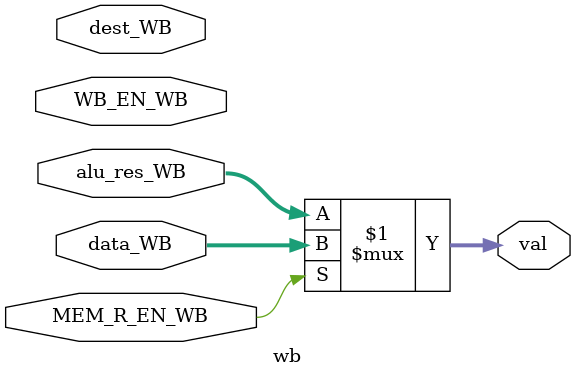
<source format=sv>
`timescale 1ns/1ns

module wb (
    input WB_EN_WB, MEM_R_EN_WB,
    input [31:0] alu_res_WB, data_WB,
    input [3:0] dest_WB,

    output [31:0] val
);

    assign val = MEM_R_EN_WB ? data_WB : alu_res_WB;
    
endmodule
</source>
